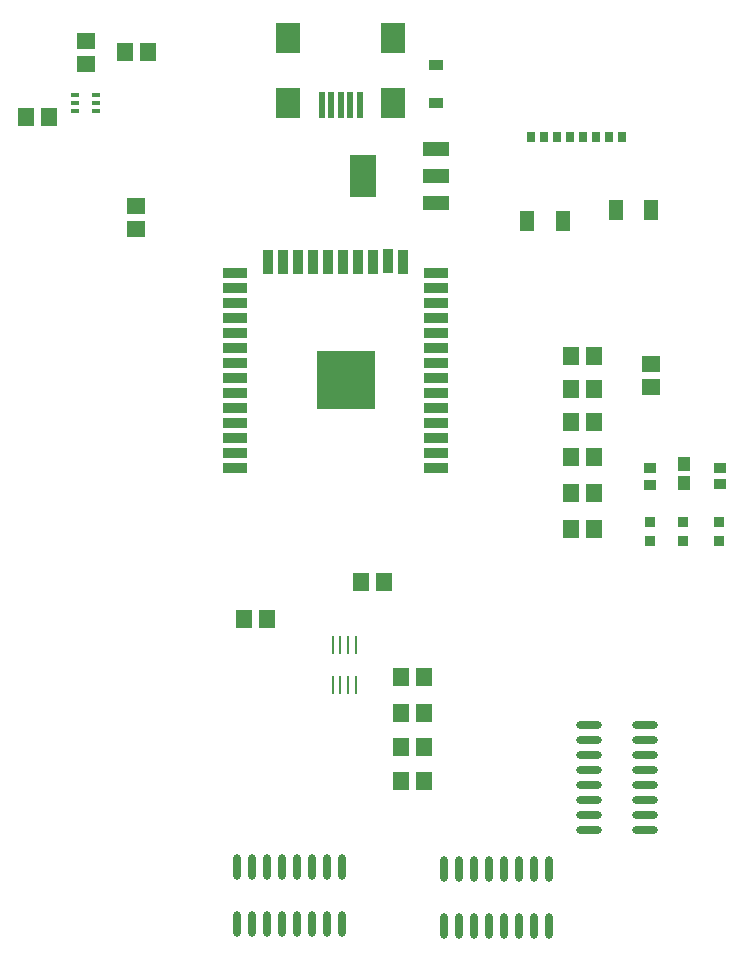
<source format=gtp>
G04 Layer_Color=7318015*
%FSLAX24Y24*%
%MOIN*%
G70*
G01*
G75*
%ADD10R,0.0610X0.0532*%
%ADD11R,0.0532X0.0610*%
%ADD12R,0.0260X0.0118*%
%ADD13O,0.0866X0.0236*%
%ADD15R,0.0197X0.0906*%
%ADD16R,0.0787X0.0984*%
%ADD17R,0.0276X0.0374*%
%ADD18R,0.0870X0.1420*%
%ADD19R,0.0880X0.0480*%
%ADD20R,0.0453X0.0709*%
%ADD21R,0.0787X0.0354*%
%ADD22R,0.0354X0.0787*%
%ADD23R,0.1969X0.1969*%
%ADD24O,0.0236X0.0866*%
%ADD25R,0.0480X0.0358*%
%ADD26R,0.0335X0.0335*%
%ADD27R,0.0413X0.0354*%
%ADD28R,0.0413X0.0453*%
%ADD66R,0.0098X0.0610*%
D10*
X13189Y47943D02*
D03*
Y47175D02*
D03*
X32047Y36388D02*
D03*
Y37156D02*
D03*
X14882Y42431D02*
D03*
Y41663D02*
D03*
D11*
X11959Y45394D02*
D03*
X11191D02*
D03*
X19242Y28661D02*
D03*
X18474D02*
D03*
X15266Y47559D02*
D03*
X14498D02*
D03*
X23711Y24409D02*
D03*
X24478D02*
D03*
X22372Y29882D02*
D03*
X23140D02*
D03*
X23711Y25512D02*
D03*
X24478D02*
D03*
Y26732D02*
D03*
X23711D02*
D03*
X23711Y23268D02*
D03*
X24478D02*
D03*
X29380Y31654D02*
D03*
X30148D02*
D03*
X29380Y32874D02*
D03*
X30148D02*
D03*
X29380Y37441D02*
D03*
X30148D02*
D03*
X29380Y36339D02*
D03*
X30148D02*
D03*
X29380Y35236D02*
D03*
X30148D02*
D03*
X29380Y34055D02*
D03*
X30148D02*
D03*
D12*
X13551Y46122D02*
D03*
Y45866D02*
D03*
Y45610D02*
D03*
X12827D02*
D03*
Y45866D02*
D03*
Y46122D02*
D03*
D13*
X29961Y25136D02*
D03*
Y24636D02*
D03*
Y24136D02*
D03*
Y23636D02*
D03*
Y23136D02*
D03*
Y22636D02*
D03*
Y22136D02*
D03*
Y21636D02*
D03*
X31850Y25136D02*
D03*
Y24636D02*
D03*
Y24136D02*
D03*
Y23636D02*
D03*
Y23136D02*
D03*
Y22636D02*
D03*
Y22136D02*
D03*
Y21636D02*
D03*
D15*
X21693Y45787D02*
D03*
X22008D02*
D03*
X21063D02*
D03*
X21378D02*
D03*
X22323D02*
D03*
D16*
X19941Y48032D02*
D03*
X23445D02*
D03*
X19941Y45866D02*
D03*
X23445D02*
D03*
D17*
X28031Y44724D02*
D03*
X28465D02*
D03*
X28898D02*
D03*
X29331D02*
D03*
X29764D02*
D03*
X30197D02*
D03*
X30630D02*
D03*
X31063D02*
D03*
D18*
X22431Y43425D02*
D03*
D19*
X24881Y44335D02*
D03*
Y43425D02*
D03*
Y42515D02*
D03*
D20*
X32047Y42283D02*
D03*
X30866D02*
D03*
X29094Y41929D02*
D03*
X27913D02*
D03*
D21*
X24854Y40182D02*
D03*
Y33682D02*
D03*
Y34182D02*
D03*
Y34682D02*
D03*
Y35182D02*
D03*
Y35682D02*
D03*
Y36182D02*
D03*
Y36682D02*
D03*
Y37182D02*
D03*
Y37682D02*
D03*
Y38182D02*
D03*
Y38682D02*
D03*
Y39182D02*
D03*
Y39682D02*
D03*
X18161D02*
D03*
Y39182D02*
D03*
Y38682D02*
D03*
Y38182D02*
D03*
Y37682D02*
D03*
Y37182D02*
D03*
Y36682D02*
D03*
Y36182D02*
D03*
Y35682D02*
D03*
Y35182D02*
D03*
Y34682D02*
D03*
Y34182D02*
D03*
Y33682D02*
D03*
Y40182D02*
D03*
D22*
X19757Y40576D02*
D03*
X20257D02*
D03*
X20757D02*
D03*
X21257D02*
D03*
X21757D02*
D03*
X22257D02*
D03*
X22757D02*
D03*
X23257Y40582D02*
D03*
X23757Y40576D02*
D03*
X19257D02*
D03*
D23*
X21884Y36632D02*
D03*
D24*
X21750Y20394D02*
D03*
X21250D02*
D03*
X20750D02*
D03*
X20250D02*
D03*
X19750D02*
D03*
X19250D02*
D03*
X18750D02*
D03*
X18250D02*
D03*
X21750Y18504D02*
D03*
X21250D02*
D03*
X20750D02*
D03*
X20250D02*
D03*
X19750D02*
D03*
X19250D02*
D03*
X18750D02*
D03*
X18250D02*
D03*
X28640Y20315D02*
D03*
X28140D02*
D03*
X27640D02*
D03*
X27140D02*
D03*
X26640D02*
D03*
X26140D02*
D03*
X25640D02*
D03*
X25140D02*
D03*
X28640Y18425D02*
D03*
X28140D02*
D03*
X27640D02*
D03*
X27140D02*
D03*
X26640D02*
D03*
X26140D02*
D03*
X25640D02*
D03*
X25140D02*
D03*
D25*
X24882Y47142D02*
D03*
Y45850D02*
D03*
D26*
X33110Y31890D02*
D03*
Y31260D02*
D03*
X32008Y31890D02*
D03*
Y31260D02*
D03*
X34291Y31890D02*
D03*
Y31260D02*
D03*
D27*
X32008Y33711D02*
D03*
Y33140D02*
D03*
X34331Y33691D02*
D03*
Y33159D02*
D03*
D28*
X33150Y33179D02*
D03*
Y33829D02*
D03*
D66*
X22195Y26457D02*
D03*
X21939D02*
D03*
X21683D02*
D03*
X21427D02*
D03*
Y27795D02*
D03*
X21683D02*
D03*
X21939D02*
D03*
X22195D02*
D03*
M02*

</source>
